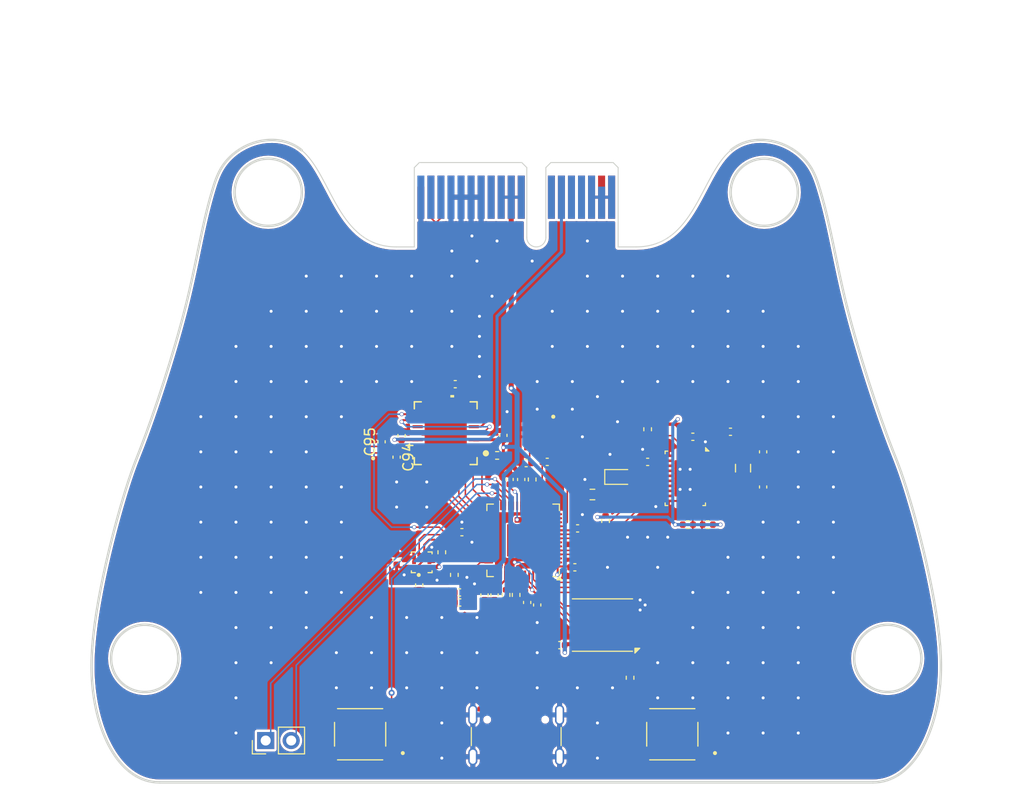
<source format=kicad_pcb>
(kicad_pcb (version 20240108) (generator "pcbnew") (generator_version "8.0")
  (layers (0 "F.Cu" signal) (31 "B.Cu" signal) (34 "B.Paste" user) (35 "F.Paste" user) (36 "B.SilkS" user "B.Silkscreen") (37 "F.SilkS" user "F.Silkscreen") (38 "B.Mask" user) (39 "F.Mask" user) (44 "Edge.Cuts" user))
  (net 0 "")
  (net 1 "+1.1V")
  (net 2 "+7.4V")
  (net 4 "CANINT")
  (net 5 "/XIN")
  (net 7 "Net-(U8-XOUT32)")
  (net 8 "BMPINT")
  (net 11 "Net-(U8-CAP)")
  (net 12 "BNORESET")
  (net 15 "BNOINT")
  (net 16 "Net-(U8-XIN32)")
  (net 18 "Net-(D88-A)")
  (net 23 "CS")
  (net 24 "CANSTBY")
  (net 26 "GND")
  (net 27 "/USB_D2+")
  (net 28 "USB_D+")
  (net 29 "/XOUT_pre")
  (net 31 "SI")
  (net 32 "SCK")
  (net 33 "SO")
  (net 34 "USB_D-")
  (net 37 "/XOUT")
  (net 40 "OSC1")
  (net 43 "BOOT_LOAD")
  (net 45 "OSC2")
  (net 46 "tx")
  (net 47 "/QSPI_SS")
  (net 48 "/QSPI_SCLK")
  (net 49 "/QSPI_SD1")
  (net 50 "/QSPI_SD0")
  (net 51 "/QSPI_SD3")
  (net 52 "/QSPI_SD2")
  (net 53 "/~{USB_BOOT_S}")
  (net 55 "/USB_D2-")
  (net 56 "+3.3V")
  (net 57 "Net-(D88-K)")
  (net 62 "CANRESET")
  (net 64 "rx")
  (net 68 "+5V")
  (net 69 "/SWD")
  (net 70 "/SWCLK")
  (net 71 "/RUN")
  (net 72 "SDA0")
  (net 73 "SCL0")
  (net 74 "SDA1")
  (net 75 "SCL1")
  (net 76 "unconnected-(U2-GPIO0-Pad2)")
  (net 89 "CANN")
  (net 90 "CANP")
  (footprint "Package_SON:WSON-8-1EP_6x5mm_P1.27mm_EP3.4x4.3mm" (layer "F.Cu") (at 155 106.75 180)
    (property "Reference" "U4" (hide yes))
    (property "Value" "W25Q128JVP" (hide yes))
  )
  (footprint "Capacitor_SMD:C_0402_1005Metric" (layer "F.Cu") (at 146.905904 92.252137 90)
    (property "Reference" "C214" (hide yes))
    (property "Value" "100n" (hide yes))
  )
  (footprint "Resistor_SMD:R_0402_1005Metric" (layer "F.Cu") (at 148 92.25 90)
    (property "Reference" "R12" (hide yes))
    (property "Value" "1k" (hide yes))
  )
  (footprint "BMP388:PQFN50P200X200X80-10N" (layer "F.Cu") (at 137 100.5 90)
    (property "Reference" "U5" (hide yes))
    (property "Value" "BMP388" (hide yes))
  )
  (footprint "Resistor_SMD:R_0402_1005Metric" (layer "F.Cu") (at 145.400183 103.75 90)
    (property "Reference" "R204" (hide yes))
    (property "Value" "27" (hide yes))
  )
  (footprint "Capacitor_SMD:C_0402_1005Metric" (layer "F.Cu") (at 141 97.5 180)
    (property "Reference" "C212" (hide yes))
    (property "Value" "100n" (hide yes))
  )
  (footprint "Capacitor_SMD:C_0402_1005Metric" (layer "F.Cu") (at 145.75 92.25 90)
    (property "Reference" "C207" (hide yes))
    (property "Value" "100n" (hide yes))
  )
  (footprint "Capacitor_SMD:C_0402_1005Metric" (layer "F.Cu") (at 159.5 90.5)
    (property "Reference" "C84" (hide yes))
    (property "Value" "1u" (hide yes))
  )
  (footprint "X322516MLB4SI:OSC_X322516MLB4SI" (layer "F.Cu") (at 130.111873 89.051477 180)
    (property "Reference" "Y2" (hide yes))
    (property "Value" "X322516MLB4SI" (hide yes))
  )
  (footprint "TS-1187A-B-A-B:SW_TS-1187A-B-A-B" (layer "F.Cu") (at 130.865 117.625 180)
    (property "Reference" "S2" (hide yes))
    (property "Value" "TS-1187A-B-A-B" (hide yes))
  )
  (footprint "Resistor_SMD:R_0402_1005Metric" (layer "F.Cu") (at 140.25 101.755 -90)
    (property "Reference" "R222" (hide yes))
    (property "Value" "4.7k" (hide yes))
  )
  (footprint "Capacitor_SMD:C_0402_1005Metric" (layer "F.Cu") (at 171 89.5 -90)
    (property "Reference" "C86" (hide yes))
    (property "Value" "22p" (hide yes))
  )
  (footprint "MCP25625T_E_ML:QFN28_6X6MC_MCH" (layer "F.Cu") (at 139.387999 87.644025 180)
    (property "Reference" "U9" (hide yes))
    (property "Value" "MCP25625T-E/ML" (hide yes))
  )
  (footprint "Resistor_SMD:R_0402_1005Metric" (layer "F.Cu") (at 163.51 96.75 180)
    (property "Reference" "R221" (hide yes))
    (property "Value" "4.7k" (hide yes))
  )
  (footprint "Capacitor_SMD:C_0402_1005Metric" (layer "F.Cu") (at 149.5 90.5)
    (property "Reference" "C10" (hide yes))
    (property "Value" "15p" (hide yes))
  )
  (footprint "Capacitor_SMD:C_0402_1005Metric" (layer "F.Cu") (at 148.5 104.75 -90)
    (property "Reference" "C206" (hide yes))
    (property "Value" "100n" (hide yes))
  )
  (footprint "Capacitor_SMD:C_0402_1005Metric" (layer "F.Cu") (at 152.25 101)
    (property "Reference" "C211" (hide yes))
    (property "Value" "100n" (hide yes))
  )
  (footprint "LED_SMD:LED_0603_1608Metric" (layer "F.Cu") (at 156.7125 92)
    (property "Reference" "D88" (hide yes))
    (property "Value" "LED" (hide yes))
  )
  (footprint "Capacitor_SMD:C_0402_1005Metric" (layer "F.Cu") (at 144.25 103.75 -90)
    (property "Reference" "C208" (hide yes))
    (property "Value" "1u" (hide yes))
  )
  (footprint "Capacitor_SMD:C_0402_1005Metric" (layer "F.Cu") (at 167.75 87.5)
    (property "Reference" "C81" (hide yes))
    (property "Value" "100n" (hide yes))
  )
  (footprint "Resistor_SMD:R_0402_1005Metric" (layer "F.Cu") (at 159.5 87.25 90)
    (property "Reference" "R87" (hide yes))
    (property "Value" "10k" (hide yes))
  )
  (footprint "Capacitor_SMD:C_0402_1005Metric" (layer "F.Cu") (at 147.401053 90.619624 180)
    (property "Reference" "C11" (hide yes))
    (property "Value" "15p" (hide yes))
  )
  (footprint "Connector_USB:USB_C_Receptacle_Palconn_UTC16-G" (layer "F.Cu") (at 146.41 117.625)
    (property "Reference" "J6" (hide yes))
    (property "Value" "USB_C_Receptacle_USB2.0_16P" (hide yes))
  )
  (footprint "ABM8-272-T3:ABM8-272-T3_ABR" (layer "F.Cu") (at 149 88 -90)
    (property "Reference" "X1" (hide yes))
    (property "Value" "ABM8-272-T3" (hide yes))
  )
  (footprint "Capacitor_SMD:C_0402_1005Metric" (layer "F.Cu") (at 152.523705 97.122962)
    (property "Reference" "C213" (hide yes))
    (property "Value" "100n" (hide yes))
  )
  (footprint "Capacitor_SMD:C_0402_1005Metric" (layer "F.Cu") (at 140.79 104.5 180)
    (property "Reference" "C216" (hide yes))
    (property "Value" "100n" (hide yes))
  )
  (footprint "Capacitor_SMD:C_0402_1005Metric" (layer "F.Cu") (at 140.77 103.5 180)
    (property "Reference" "C215" (hide yes))
    (property "Value" "100n" (hide yes))
  )
  (footprint "Resistor_SMD:R_0402_1005Metric" (layer "F.Cu") (at 144.510771 89.854549 180)
    (property "Reference" "R91" (hide yes))
    (property "Value" "10k" (hide yes))
  )
  (footprint "Capacitor_SMD:C_0402_1005Metric" (layer "F.Cu") (at 164 88 180)
    (property "Reference" "C82" (hide yes))
    (property "Value" "100n" (hide yes))
  )
  (footprint "Capacitor_SMD:C_0402_1005Metric" (layer "F.Cu") (at 143.25 103.75 -90)
    (property "Reference" "C210" (hide yes))
    (property "Value" "1u" (hide yes))
  )
  (footprint "Capacitor_SMD:C_0402_1005Metric" (layer "F.Cu") (at 171 93 -90)
    (property "Reference" "C85" (hide yes))
    (property "Value" "22p" (hide yes))
  )
  (footprint "Package_LGA:LGA-28_5.2x3.8mm_P0.5mm" (layer "F.Cu") (at 163.25 92.1375 -90)
    (property "Reference" "U8" (hide yes))
    (property "Value" "BNO055" (hide yes))
  )
  (footprint "Resistor_SMD:R_0402_1005Metric" (layer "F.Cu") (at 165.49 96.75 180)
    (property "Reference" "R220" (hide yes))
    (property "Value" "4.7k" (hide yes))
  )
  (footprint "ABS07-32.768KHZ-T:XTAL_ABS07-32.768KHZ-T" (layer "F.Cu") (at 169 91.124973 90)
    (property "Reference" "Y1" (hide yes))
    (property "Value" "ABS07-32.768KHZ-T" (hide yes))
  )
  (footprint "Capacitor_SMD:C_0402_1005Metric" (layer "F.Cu") (at 134.992499 87.874695 90)
    (property "Reference" "C93" (hide yes))
    (property "Value" "100n" (hide yes))
  )
  (footprint "Resistor_SMD:R_0402_1005Metric" (layer "F.Cu") (at 146.400183 103.75 90)
    (property "Reference" "R203" (hide yes))
    (property "Value" "27" (hide yes))
  )
  (footprint "Package_DFN_QFN:QFN-56-1EP_7x7mm_P0.4mm_EP3.2x3.2mm" (layer "F.Cu") (at 147.1 98.3125 180)
    (property "Reference" "U2" (hide yes))
    (property "Value" "RP2040" (hide yes))
  )
  (footprint "Capacitor_SMD:C_0402_1005Metric" (layer "F.Cu") (at 136.75 102.75 -90)
    (property "Reference" "C50" (hide yes))
    (property "Value" "100n" (hide yes))
  )
  (footprint "Resistor_SMD:R_0402_1005Metric" (layer "F.Cu") (at 155.30927 96.382779 90)
    (property "Reference" "R83" (hide yes))
    (property "Value" "10k" (hide yes))
  )
  (footprint "Resistor_SMD:R_0402_1005Metric" (layer "F.Cu") (at 157.75 112 -90)
    (property "Reference" "R30" (hide yes))
    (property "Value" "1k" (hide yes))
  )
  (footprint "Capacitor_SMD:C_0402_1005Metric" (layer "F.Cu") (at 150.75 108.75 180)
    (property "Reference" "C40" (hide yes))
    (property "Value" "100n" (hide yes))
  )
  (footprint "Connector_PinHeader_2.54mm:PinHeader_1x02_P2.54mm_Vertical" (layer "F.Cu") (at 121.46 118.25 90)
    (property "Reference" "J4" (hide yes))
    (property "Value" "Conn_01x02" (hide yes))
  )
  (footprint "Capacitor_SMD:C_0402_1005Metric" (layer "F.Cu") (at 134.5 100.23 90)
    (property "Reference" "C51" (hide yes))
    (property "Value" "100n" (hide yes))
  )
  (footprint "Capacitor_SMD:C_0402_1005Metric" (layer "F.Cu") (at 140.339105 82.759702)
    (property "Reference" "C90" (hide yes))
    (property "Value" "100n" (hide yes))
  )
  (footprint "Capacitor_SMD:C_0402_1005Metric" (layer "F.Cu") (at 145.131341 87.85968 90)
    (property "Reference" "C92" (hide yes))
    (property "Value" "100n" (hide yes))
  )
  (footprint "TS-1187A-B-A-B:SW_TS-1187A-B-A-B" (layer "F.Cu") (at 161.955 117.625 180)
    (property "Reference" "S1" (hide yes))
    (property "Value" "TS-1187A-B-A-B" (hide yes))
  )
  (footprint "Capacitor_SMD:C_0402_1005Metric" (layer "F.Cu") (at 147.5 104.5 -90)
    (property "Reference" "C209" (hide yes))
    (property "Value" "100n" (hide yes))
  )
  (footprint "Resistor_SMD:R_0402_1005Metric" (layer "F.Cu") (at 139 99.5 -90)
    (property "Reference" "R223" (hide yes))
    (property "Value" "4.7k" (hide yes))
  )
  (footprint "Capacitor_SMD:C_0402_1005Metric" (layer "F.Cu") (at 134.5 90.03 -90)
    (property "Reference" "C94")
    (property "Value" "22p")
  )
  (footprint "Resistor_SMD:R_0603_1608Metric" (layer "F.Cu") (at 154 93.75 180)
    (property "Reference" "R89" (hide yes))
    (property "Value" "150" (hide yes))
  )
  (footprint "Capacitor_SMD:C_0402_1005Metric" (layer "F.Cu") (at 133 88.5 90)
    (property "Reference" "C95")
    (property "Value" "22p")
  )
  (footprint "Connector_PCBEdge:BUS_PCIexpress_x1" (layer "B.Cu") (at 136.913 64.138595)
    (property "Reference" "J1" (hide yes))
    (property "Value" "Bus_PCI_Express_x1" (hide yes))
    (fp_line (start -0.65 -2.95) (end -0.65 4.95) (stroke (width 0.1)) (layer "Edge.Cuts"))
    (fp_line (start -0.15 -3.45) (end -0.65 -2.95) (stroke (width 0.1)) (layer "Edge.Cuts"))
    (fp_line (start 10.05 -3.45) (end -0.15 -3.45) (stroke (width 0.1)) (layer "Edge.Cuts"))
    (fp_line (start 10.05 -3.45) (end 10.55 -2.95) (stroke (width 0.1)) (layer "Edge.Cuts"))
    (fp_line (start 10.55 -2.95) (end 10.55 4) (stroke (width 0.1)) (layer "Edge.Cuts"))
    (fp_line (start 12.45 -2.95) (end 12.45 4) (stroke (width 0.1)) (layer "Edge.Cuts"))
    (fp_line (start 12.95 -3.45) (end 12.45 -2.95) (stroke (width 0.1)) (layer "Edge.Cuts"))
    (fp_line (start 19.15 -3.45) (end 12.95 -3.45) (stroke (width 0.1)) (layer "Edge.Cuts"))
    (fp_line (start 19.15 -3.45) (end 19.65 -2.95) (stroke (width 0.1)) (layer "Edge.Cuts"))
    (fp_line (start 19.65 -2.95) (end 19.65 4.95) (stroke (width 0.1)) (layer "Edge.Cuts"))
    (fp_arc (start 12.45 4) (mid 11.5 4.95) (end 10.55 4) (stroke (width 0.1)) (layer "Edge.Cuts"))
  )
  (gr_curve (pts (xy 104.200217 108.833629) (xy 104.094575 110.19876) (xy 104.091862 111.420188) (xy 104.19191 112.609777)) (stroke (width 0.25)) (layer "Edge.Cuts"))
  (gr_curve (pts (xy 158.353479 69.088595) (xy 164.183489 69.088595) (xy 164.78237 61.925014) (xy 167.784109 59.460642)) (stroke (width 0.1)) (layer "Edge.Cuts"))
  (gr_circle (center 121.713305 63.648595) (end 118.363305 63.648595) (stroke (width 0.25)) (fill none) (layer "Edge.Cuts"))
  (gr_curve (pts (xy 108.082735 91.544879) (xy 106.804268 95.195924) (xy 104.634104 103.226822) (xy 104.200217 108.833629)) (stroke (width 0.25)) (layer "Edge.Cuts"))
  (gr_curve (pts (xy 104.19191 112.609777) (xy 104.630063 117.81952) (xy 107.039118 122.418595) (xy 110.892405 122.418595)) (stroke (width 0.25)) (layer "Edge.Cuts"))
  (gr_curve (pts (xy 167.784109 59.460642) (xy 170.210083 57.468961) (xy 174.205534 58.546668) (xy 175.818121 61.288482)) (stroke (width 0.25)) (layer "Edge.Cuts"))
  (gr_curve (pts (xy 188.626393 108.833629) (xy 188.732035 110.19876) (xy 188.734748 111.420188) (xy 188.6347 112.609777)) (stroke (width 0.25)) (layer "Edge.Cuts"))
  (gr_curve (pts (xy 134.473131 69.088595) (xy 128.64312 69.088595) (xy 128.044239 61.925014) (xy 125.042501 59.460642)) (stroke (width 0.1)) (layer "Edge.Cuts"))
  (gr_curve (pts (xy 113.472466 75.059248) (xy 112.290838 79.754285) (xy 110.351021 85.669927) (xy 108.978354 89.194163)) (stroke (width 0.25)) (layer "Edge.Cuts"))
  (gr_curve (pts (xy 188.6347 112.609777) (xy 188.196547 117.81952) (xy 185.787491 122.418595) (xy 181.934204 122.418595)) (stroke (width 0.25)) (layer "Edge.Cuts"))
  (gr_curve (pts (xy 176.687263 63.480371) (xy 177.785498 67.180024) (xy 178.221514 70.558899) (xy 179.354144 75.059248)) (stroke (width 0.25)) (layer "Edge.Cuts"))
  (gr_curve (pts (xy 179.354144 75.059248) (xy 180.535772 79.754285) (xy 182.475589 85.669927) (xy 183.848256 89.194163)) (stroke (width 0.25)) (layer "Edge.Cuts"))
  (gr_circle (center 183.413305 110.068595) (end 180.063305 110.068595) (stroke (width 0.25)) (fill none) (layer "Edge.Cuts"))
  (gr_circle (center 109.413305 110.068595) (end 106.063305 110.068595) (stroke (width 0.25)) (fill none) (layer "Edge.Cuts"))
  (gr_line (start 181.934204 122.418595) (end 110.892405 122.418595) (stroke (width 0.25)) (layer "Edge.Cuts"))
  (gr_curve (pts (xy 184.743874 91.544879) (xy 186.022342 95.195924) (xy 188.192506 103.226822) (xy 188.626393 108.833629)) (stroke (width 0.25)) (layer "Edge.Cuts"))
  (gr_line (start 136.263 69.088595) (end 134.473131 69.088595) (stroke (width 0.1)) (layer "Edge.Cuts"))
  (gr_curve (pts (xy 116.139346 63.480371) (xy 115.041112 67.180024) (xy 114.605095 70.558899) (xy 113.472466 75.059248)) (stroke (width 0.25)) (layer "Edge.Cuts"))
  (gr_curve (pts (xy 117.008488 61.288482) (xy 116.615003 61.957508) (xy 116.363394 62.725615) (xy 116.139346 63.480371)) (stroke (width 0.25)) (layer "Edge.Cuts"))
  (gr_curve (pts (xy 175.818121 61.288482) (xy 176.211606 61.957508) (xy 176.463215 62.725615) (xy 176.687263 63.480371)) (stroke (width 0.25)) (layer "Edge.Cuts"))
  (gr_circle (center 171.113305 63.648595) (end 167.763305 63.648595) (stroke (width 0.25)) (fill none) (layer "Edge.Cuts"))
  (gr_curve (pts (xy 108.978354 89.194163) (xy 108.681873 89.955359) (xy 108.41185 90.604993) (xy 108.082735 91.544879)) (stroke (width 0.25)) (layer "Edge.Cuts"))
  (gr_line (start 156.563305 69.088595) (end 158.353479 69.088595) (stroke (width 0.1)) (layer "Edge.Cuts"))
  (gr_curve (pts (xy 125.042501 59.460642) (xy 122.616527 57.468961) (xy 118.621076 58.546668) (xy 117.008488 61.288482)) (stroke (width 0.25)) (layer "Edge.Cuts"))
  (gr_curve (pts (xy 183.848256 89.194163) (xy 184.144737 89.955359) (xy 184.414759 90.604993) (xy 184.743874 91.544879)) (stroke (width 0.25)) (layer "Edge.Cuts"))
  (segment (start 145.75 93) (end 145.75 92.73) (width 0.15) (layer "F.Cu") (net 1))
  (segment (start 148 103.25) (end 148.5 103.75) (width 0.2) (layer "F.Cu") (net 1))
  (segment (start 145.3 102.28386) (end 144.31386 103.27) (width 0.2) (layer "F.Cu") (net 1))
  (segment (start 146.278167 93.471833) (end 146.221833 93.471833) (width 0.15) (layer "F.Cu") (net 1))
  (segment (start 148.5 103.75) (end 148.5 104.27) (width 0.2) (layer "F.Cu") (net 1))
  (segment (start 146.278167 93.471833) (end 146.5 93.693666) (width 0.15) (layer "F.Cu") (net 1))
  (segment (start 147.3 101.75) (end 147.3 102.55) (width 0.2) (layer "F.Cu") (net 1))
  (segment (start 145.3 101.75) (end 145.3 102.28386) (width 0.2) (layer "F.Cu") (net 1))
  (segment (start 144.31386 103.27) (end 144.25 103.27) (width 0.2) (layer "F.Cu") (net 1))
  (segment (start 145.3 101.75) (end 145.3 100.95) (width 0.2) (layer "F.Cu") (net 1))
  (segment (start 146.221833 93.471833) (end 145.75 93) (width 0.15) (layer "F.Cu") (net 1))
  (segment (start 147.3 102.55) (end 148 103.25) (width 0.2) (layer "F.Cu") (net 1))
  (segment (start 145.3 100.95) (end 145.5 100.75) (width 0.2) (layer "F.Cu") (net 1))
  (segment (start 146.5 93.693666) (end 146.5 94.875) (width 0.15) (layer "F.Cu") (net 1))
  (via (at 146.5 96.25) (size 0.4) (drill 0.3) (layers "F.Cu" "B.Cu") (net 1))
  (via (at 148 103.25) (size 0.4) (drill 0.3) (layers "F.Cu" "B.Cu") (net 1))
  (via (at 146.278167 93.471833) (size 0.4) (drill 0.3) (layers "F.Cu" "B.Cu") (net 1))
  (via (at 146.25 100.5) (size 0.4) (drill 0.3) (layers "F.Cu" "B.Cu") (net 1))
  (segment (start 146.5 93.693666) (end 146.278167 93.471833) (width 0.15) (layer "B.Cu") (net 1))
  (segment (start 148 101.75) (end 146.75 100.5) (width 0.15) (layer "B.Cu") (net 1))
  (segment (start 146.75 100.5) (end 146.25 100.5) (width 0.15) (layer "B.Cu") (net 1))
  (segment (start 146.5 96.25) (end 146.5 93.693666) (width 0.15) (layer "B.Cu") (net 1))
  (segment (start 148 103.25) (end 148 101.75) (width 0.15) (layer "B.Cu") (net 1))
  (segment (start 155.913 64.138595) (end 153.913 64.138595) (width 0.3) (layer "F.Cu") (net 2))
  (segment (start 155.913 64.138595) (end 153.913 64.138595) (width 0.3) (layer "B.Cu") (net 2))
  (segment (start 142.4125 96.9125) (end 143.6625 96.9125) (width 0.15) (layer "F.Cu") (net 4))
  (segment (start 139.399075 93.899075) (end 142.4125 96.9125) (width 0.15) (layer "F.Cu") (net 4))
  (segment (start 139.399075 90.438025) (end 139.399075 93.899075) (width 0.15) (layer "F.Cu") (net 4))
  (segment (start 149.02 90.5) (end 149.02 87.580001) (width 0.15) (layer "F.Cu") (net 5))
  (segment (start 149.02 87.580001) (end 149.400002 87.199999) (width 0.15) (layer "F.Cu") (net 5))
  (segment (start 149 90.52) (end 149 92.663247) (width 0.15) (layer "F.Cu") (net 5))
  (segment (start 149.400002 87.199999) (end 150.1 87.199999) (width 0.15) (layer "F.Cu") (net 5))
  (segment (start 147.7 93.963247) (end 147.7 94.875) (width 0.15) (layer "F.Cu") (net 5))
  (segment (start 149 92.663247) (end 147.7 93.963247) (width 0.15) (layer "F.Cu") (net 5))
  (segment (start 149.02 90.5) (end 149 90.52) (width 0.15) (layer "F.Cu") (net 5))
  (segment (start 169.145027 92.52) (end 169 92.374973) (width 0.15) (layer "F.Cu") (net 7))
  (segment (start 168.012527 91.3875) (end 164.9125 91.3875) (width 0.15) (layer "F.Cu") (net 7))
  (segment (start 169 92.374973) (end 168.012527 91.3875) (width 0.15) (layer "F.Cu") (net 7))
  (segment (start 171 92.52) (end 169.145027 92.52) (width 0.15) (layer "F.Cu") (net 7))
  (segment (start 140.8375 99.7125) (end 143.6625 99.7125) (width 0.15) (layer "F.Cu") (net 8))
  (segment (start 137.25 97.75) (end 138.875 97.75) (width 0.15) (layer "F.Cu") (net 8))
  (segment (start 136.75 99.735) (end 136.75 98.25) (width 0.15) (layer "F.Cu") (net 8))
  (segment (start 136.75 98.25) (end 137.25 97.75) (width 0.15) (layer "F.Cu") (net 8))
  (segment (start 138.875 97.75) (end 140.8375 99.7125) (width 0.15) (layer "F.Cu") (net 8))
  (segment (start 161.5875 91.3875) (end 160.8675 91.3875) (width 0.15) (layer "F.Cu") (net 11))
  (segment (start 160.8675 91.3875) (end 159.98 90.5) (width 0.15) (layer "F.Cu") (net 11))
  (segment (start 161.5875 92.3875) (end 159.8625 92.3875) (width 0.15) (layer "F.Cu") (net 12))
  (segment (start 154.5375 97.7125) (end 150.5375 97.7125) (width 0.15) (layer "F.Cu") (net 12))
  (segment (start 159.8625 92.3875) (end 154.5375 97.7125) (width 0.15) (layer "F.Cu") (net 12))
  (segment (start 155.6375 98.1125) (end 150.5375 98.1125) (width 0.15) (layer "F.Cu") (net 15))
  (segment (start 159.8625 93.8875) (end 155.6375 98.1125) (width 0.15) (layer "F.Cu") (net 15))
  (segment (start 161.5875 93.8875) (end 159.8625 93.8875) (width 0.15) (layer "F.Cu") (net 15))
  (segment (start 169 89.874973) (end 170.894973 89.874973) (width 0.15) (layer "F.Cu") (net 16))
  (segment (start 170.894973 89.874973) (end 171 89.98) (width 0.15) (layer "F.Cu") (net 16))
  (segment (start 169 89.874973) (end 167.987473 90.8875) (width 0.15) (layer "F.Cu") (net 16))
  (segment (start 167.987473 90.8875) (end 164.9125 90.8875) (width 0.15) (layer "F.Cu") (net 16))
  (segment (start 157.6125 91.8875) (end 157.5 92) (width 0.15) (layer "F.Cu") (net 18))
  (segment (start 161.5875 91.8875) (end 157.6125 91.8875) (width 0.15) (layer "F.Cu") (net 18))
  (segment (start 142.117105 93.258926) (end 143.733179 94.875) (width 0.15) (layer "F.Cu") (net 23))
  (segment (start 142.117105 89.669996) (end 142.117105 93.258926) (width 0.15) (layer "F.Cu") (net 23))
  (segment (start 142.193075 89.594026) (end 142.117105 89.669996) (width 0.15) (layer "F.Cu") (net 23))
  (segment (start 143.733179 94.875) (end 144.5 94.875) (width 0.15) (layer "F.Cu") (net 23))
  (segment (start 141.0625 99.3125) (end 143.6625 99.3125) (width 0.15) (layer "F.Cu") (net 24))
  (segment (start 135 85.75) (end 136.549099 85.75) (width 0.2) (layer "F.Cu") (net 24))
  (segment (start 138.75 97) (end 141.0625 99.3125) (width 0.15) (layer "F.Cu") (net 24))
  (segment (start 136.25 97) (end 138.75 97) (width 0.15) (layer "F.Cu") (net 24))
  (segment (start 136.549099 85.75) (end 136.605075 85.694024) (width 0.2) (layer "F.Cu") (net 24))
  (via (at 136.25 97) (size 0.4) (drill 0.3) (layers "F.Cu" "B.Cu") (net 24))
  (via (at 135 85.75) (size 0.4) (drill 0.3) (layers "F.Cu" "B.Cu") (net 24))
  (segment (start 132.25 87.25) (end 132.25 95.25) (width 0.15) (layer "B.Cu") (net 24))
  (segment (start 132.25 95.25) (end 134 97) (width 0.15) (layer "B.Cu") (net 24))
  (segment (start 133.75 85.75) (end 132.25 87.25) (width 0.15) (layer "B.Cu") (net 24))
  (segment (start 135 85.75) (end 133.75 85.75) (width 0.15) (layer "B.Cu") (net 24))
  (segment (start 134 97) (end 136.25 97) (width 0.15) (layer "B.Cu") (net 24))
  (segment (start 146.772137 91.772137) (end 146 91) (width 0.3) (layer "F.Cu") (net 26))
  (segment (start 162.3625 94.3875) (end 162.5 94.525) (width 0.15) (layer "F.Cu") (net 26))
  (segment (start 148.1 86.949999) (end 147.95 86.949999) (width 0.15) (layer "F.Cu") (net 26))
  (segment (start 161.5875 94.3875) (end 162.3625 94.3875) (width 0.2) (layer "F.Cu") (net 26))
  (segment (start 146.905904 91.772137) (end 146.772137 91.772137) (width 0.3) (layer "F.Cu") (net 26))
  (segment (start 137.79 100.975) (end 137.765 101) (width 0.15) (layer "F.Cu") (net 26))
  (segment (start 138.407065 89.186934) (end 138.407065 88.957723) (width 0.2) (layer "F.Cu") (net 26))
  (segment (start 137.765 100) (end 137.948126 100) (width 0.2) (layer "F.Cu") (net 26))
  (segment (start 137.948126 100) (end 138.270554 99.677572) (width 0.2) (layer "F.Cu") (net 26))
  (segment (start 136.605075 87.644025) (end 139.399075 87.644025) (width 0.3) (layer "F.Cu") (net 26))
  (segment (start 148.75 93.75) (end 149 93.75) (width 0.2) (layer "F.Cu") (net 26))
  (segment (start 130.961873 87.601477) (end 131.25 87.31335) (width 0.2) (layer "F.Cu") (net 26))
  (segment (start 136.235 100.5) (end 136.235 100) (width 0.3) (layer "F.Cu") (net 26))
  (segment (start 148.1 94.875) (end 148.1 94.4) (width 0.2) (layer "F.Cu") (net 26))
  (segment (start 148.1 94.4) (end 148.75 93.75) (width 0.2) (layer "F.Cu") (net 26))
  (segment (start 138.75 100.975) (end 137.79 100.975) (width 0.15) (layer "F.Cu") (net 26))
  (via (at 174.5 89.5) (size 0.4) (drill 0.3) (layers "F.Cu" "B.Cu") (net 26))
  (via (at 153 95.75) (size 0.4) (drill 0.3) (layers "F.Cu" "B.Cu") (net 26))
  (via (at 154.5 84) (size 0.4) (drill 0.3) (layers "F.Cu" "B.Cu") (net 26))
  (via (at 158.75 104.25) (size 0.4) (drill 0.3) (layers "F.Cu" "B.Cu") (net 26))
  (via (at 142.75 80) (size 0.4) (drill 0.3) (layers "F.Cu" "B.Cu") (net 26))
  (via (at 171 75.5) (size 0.4) (drill 0.3) (layers "F.Cu" "B.Cu") (net 26))
  (via (at 167.5 114) (size 0.4) (drill 0.3) (layers "F.Cu" "B.Cu") (net 26))
  (via (at 140 72) (size 0.4) (drill 0.3) (layers "F.Cu" "B.Cu") (net 26))
  (via (at 125.5 100) (size 0.4) (drill 0.3) (layers "F.Cu" "B.Cu") (net 26))
  (via (at 144.5 68.5) (size 0.4) (drill 0.3) (layers "F.Cu" "B.Cu") (net 26))
  (via (at 152.5 113) (size 0.4) (drill 0.3) (layers "F.Cu" "B.Cu") (net 26))
  (via (at 160.5 75.5) (size 0.4) (drill 0.3) (layers "F.Cu" "B.Cu") (net 26))
  (via (at 128.5 113) (size 0.4) (drill 0.3) (layers "F.Cu" "B.Cu") (net 26))
  (via (at 122 75.5) (size 0.4) (drill 0.3) (layers "F.Cu" "B.Cu") (net 26))
  (via (at 164 82.5) (size 0.4) (drill 0.3) (layers "F.Cu" "B.Cu") (net 26))
  (via (at 129 79) (size 0.4) (drill 0.3) (layers "F.Cu" "B.Cu") (net 26))
  (via (at 178 103.5) (size 0.4) (drill 0.3) (layers "F.Cu" "B.Cu") (net 26))
  (via (at 142.5 70.5) (size 0.4) (drill 0.3) (layers "F.Cu" "B.Cu") (net 26))
  (via (at 136 79) (size 0.4) (drill 0.3) (layers "F.Cu" "B.Cu") (net 26))
  (via (at 118.5 103.5) (size 0.4) (drill 0.3) (layers "F.Cu" "B.Cu") (net 26))
  (via (at 167.5 79) (size 0.4) (drill 0.3) (layers "F.Cu" "B.Cu") (net 26))
  (via (at 122 86) (size 0.4) (drill 0.3) (layers "F.Cu" "B.Cu") (net 26))
  (via (at 174.5 114) (size 0.4) (drill 0.3) (layers "F.Cu" "B.Cu") (net 26))
  (via (at 163.730735 91.239321) (size 0.4) (drill 0.3) (layers "F.Cu" "B.Cu") (net 26))
  (via (at 148.5 109.5) (size 0.4) (drill 0.3) (layers "F.Cu" "B.Cu") (net 26))
  (via (at 136 75.5) (size 0.4) (drill 0.3) (layers "F.Cu" "B.Cu") (net 26))
  (via (at 174.5 96.5) (size 0.4) (drill 0.3) (layers "F.Cu" "B.Cu") (net 26))
  (via (at 160.5 114) (size 0.4) (drill 0.3) (layers "F.Cu" "B.Cu") (net 26))
  (via (at 167.5 72) (size 0.4) (drill 0.3) (layers "F.Cu" "B.Cu") (net 26))
  (via (at 125.5 93) (size 0.4) (drill 0.3) (layers "F.Cu" "B.Cu") (net 26))
  (via (at 171 103.5) (size 0.4) (drill 0.3) (layers "F.Cu" "B.Cu") (net 26))
  (via (at 137.5 95) (size 0.4) (drill 0.3) (layers "F.Cu" "B.Cu") (net 26))
  (via (at 115 103.5) (size 0.4) (drill 0.3) (layers "F.Cu" "B.Cu") (net 26))
  (via (at 171 110.5) (size 0.4) (drill 0.3) (layers "F.Cu" "B.Cu") (net 26))
  (via (at 174.5 79) (size 0.4) (drill 0.3) (layers "F.Cu" "B.Cu") (net 26))
  (via (at 150 79) (size 0.4) (drill 0.3) (layers "F.Cu" "B.Cu") (net 26))
  (via (at 122 93) (size 0.4) (drill 0.3) (layers "F.Cu" "B.Cu") (net 26))
  (via (at 178 100) (size 0.4) (drill 0.3) (layers "F.Cu" "B.Cu") (net 26))
  (via (at 153.5 68.5) (size 0.4) (drill 0.3) (layers "F.Cu" "B.Cu") (net 26))
  (via (at 161.5 98) (size 0.4) (drill 0.3) (layers "F.Cu" "B.Cu") (net 26))
  (via (at 148.5 106.5) (size 0.4) (drill 0.3) (layers "F.Cu" "B.Cu") (net 26))
  (via (at 138 99) (size 0.4) (drill 0.3) (layers "F.Cu" "B.Cu") (net 26))
  (via (at 118.5 117.5) (size 0.4) (drill 0.3) (layers "F.Cu" "B.Cu") (net 26))
  (via (at 118.5 89.5) (size 0.4) (drill 0.3) (layers "F.Cu" "B.Cu") (net 26))
  (via (at 129 86) (size 0.4) (drill 0.3) (layers "F.Cu" "B.Cu") (net 26))
  (via (at 139 113) (size 0.4) (drill 0.3) (layers "F.Cu" "B.Cu") (net 26))
  (via (at 122 103.5) (size 0.4) (drill 0.3) (layers "F.Cu" "B.Cu") (net 26))
  (via (at 132 113) (size 0.4) (drill 0.3) (layers "F.Cu" "B.Cu") (net 26))
  (via (at 153.5 75.5) (size 0.4) (drill 0.3) (layers "F.Cu" "B.Cu") (net 26))
  (via (at 144 74) (size 0.4) (drill 0.3) (layers "F.Cu" "B.Cu") (net 26))
  (via (at 122 82.5) (size 0.4) (drill 0.3) (layers "F.Cu" "B.Cu") (net 26))
  (via (at 125.5 72) (size 0.4) (drill 0.3) (layers "F.Cu" "B.Cu") (net 26))
  (via (at 164 114) (size 0.4) (drill 0.3) (layers "F.Cu" "B.Cu") (net 26))
  (via (at 125.5 96.5) (size 0.4) (drill 0.3) (layers "F.Cu" "B.Cu") (net 26))
  (via (at 160.5 82.5) (size 0.4) (drill 0.3) (layers "F.Cu" "B.Cu") (net 26))
  (via (at 164 72) (size 0.4) (drill 0.3) (layers "F.Cu" "B.Cu") (net 26))
  (via (at 178 96.5) (size 0.4) (drill 0.3) (layers "F.Cu" "B.Cu") (net 26))
  (via (at 152 85.25) (size 0.4) (drill 0.3) (layers "F.Cu" "B.Cu") (net 26))
  (via (at 153.25 92.25) (size 0.4) (drill 0.3) (layers "F.Cu" "B.Cu") (net 26))
  (via (at 132.5 72) (size 0.4) (drill 0.3) (layers "F.Cu" "B.Cu") (net 26))
  (via (at 142.75 78) (size 0.4) (drill 0.3) (layers "F.Cu" "B.Cu") (net 26))
  (via (at 153.5 72) (size 0.4) (drill 0.3) (layers "F.Cu" "B.Cu") (net 26))
  (via (at 162.730735 93.239321) (size 0.4) (drill 0.3) (layers "F.Cu" "B.Cu") (net 26))
  (via (at 157 75.5) (size 0.4) (drill 0.3) (layers "F.Cu" "B.Cu") (net 26))
  (via (at 160.5 79) (size 0.4) (drill 0.3) (layers "F.Cu" "B.Cu") (net 26))
  (via (at 129 82.5) (size 0.4) (drill 0.3) (layers "F.Cu" "B.Cu") (net 26))
  (via (at 122 89.5) (size 0.4) (drill 0.3) (layers "F.Cu" "B.Cu") (net 26))
  (via (at 137.5 92.5) (size 0.4) (drill 0.3) (layers "F.Cu" "B.Cu") (net 26))
  (via (at 174.5 110.5) (size 0.4) (drill 0.3) (layers "F.Cu" "B.Cu") (net 26))
  (via (at 164 75.5) (size 0.4) (drill 0.3) (layers "F.Cu" "B.Cu") (net 26))
  (via (at 122 100) (size 0.4) (drill 0.3) (layers "F.Cu" "B.Cu") (net 26))
  (via (at 162.730735 91.239321) (size 0.4) (drill 0.3) (layers "F.Cu" "B.Cu") (net 26))
  (via (at 118.5 107) (size 0.4) (drill 0.3) (layers "F.Cu" "B.Cu") (net 26))
  (via (at 132 106) (size 0.4) (drill 0.3) (layers "F.Cu" "B.Cu") (net 26))
  (via (at 153.5 79) (size 0.4) (drill 0.3) (layers "F.Cu" "B.Cu") (net 26))
  (via (at 118.5 86) (size 0.4) (drill 0.3) (layers "F.Cu" "B.Cu") (net 26))
  (via (at 158.75 105.25) (size 0.4) (drill 0.3) (layers "F.Cu" "B.Cu") (net 26))
  (via (at 174.5 82.5) (size 0.4) (drill 0.3) (layers "F.Cu" "B.Cu") (net 26))
  (via (at 159.5 98) (size 0.4) (drill 0.3) (layers "F.Cu" "B.Cu") (net 26))
  (via (at 157 72) (size 0.4) (drill 0.3) (layers "F.Cu" "B.Cu") (net 26))
  (via (at 165.25 88.5) (size 0.4) (drill 0.3) (layers "F.Cu" "B.Cu") (net 26))
  (via (at 164 107) (size 0.4) (drill 0.3) (layers "F.Cu" "B.Cu") (net 26))
  (via (at 160.310517 94.949057) (size 0.4) (drill 0.3) (layers "F.Cu" "B.Cu") (net 26))
  (via (at 155.5 101) (size 0.4) (drill 0.3) (layers "F.Cu" "B.Cu") (net 26))
  (via (at 122 110.5) (size 0.4) (drill 0.3) (layers "F.Cu" "B.Cu") (net 26))
  (via (at 134.5 92.5) (size 0.4) (drill 0.3) (layers "F.Cu" "B.Cu") (net 26))
  (via (at 164 103.5) (size 0.4) (drill 0.3) (layers "F.Cu" "B.Cu") (net 26))
  (via (at 178 89.5) (size 0.4) (drill 0.3) (layers "F.Cu" "B.Cu") (net 26))
  (via (at 171 79) (size 0.4) (drill 0.3) (layers "F.Cu" "B.Cu") (net 26))
  (via (at 129 72) (size 0.4) (drill 0.3) (layers "F.Cu" "B.Cu") (net 26))
  (via (at 174.5 100) (size 0.4) (drill 0.3) (layers "F.Cu" "B.Cu") (net 26))
  (via (at 122 79) (size 0.4) (drill 0.3) (layers "F.Cu" "B.Cu") (net 26))
  (via (at 159 89.25) (size 0.4) (drill 0.3) (layers "F.Cu" "B.Cu") (net 26))
  (via (at 157 82.5) (size 0.4) (drill 0.3) (layers "F.Cu" "B.Cu") (net 26))
  (via (at 139 106) (size 0.4) (drill 0.3) (layers "F.Cu" "B.Cu") (net 26))
  (via (at 122 96.5) (size 0.4) (drill 0.3) (layers "F.Cu" "B.Cu") (net 26))
  (via (at 142.5 113) (size 0.4) (drill 0.3) (layers "F.Cu" "B.Cu") (net 26))
  (via (at 174.5 86) (size 0.4) (drill 0.3) (layers "F.Cu" "B.Cu") (net 26))
  (via (at 122 107) (size 0.4) (drill 0.3) (layers "F.Cu" "B.Cu") (net 26))
  (via (at 125.5 103.5) (size 0.4) (drill 0.3) (layers "F.Cu" "B.Cu") (net 26))
  (via (at 178 86) (size 0.4) (drill 0.3) (layers "F.Cu" "B.Cu") (net 26))
  (via (at 160.5 101) (size 0.4) (drill 0.3) (layers "F.Cu" "B.Cu") (net 26))
  (via (at 163.730735 93.239321) (size 0.4) (drill 0.3) (layers "F.Cu" "B.Cu") (net 26))
  (via (at 142.5 109.5) (size 0.4) (drill 0.3) (layers "F.Cu" "B.Cu") (net 26))
  (via (at 140 79) (size 0.4) (drill 0.3) (layers "F.Cu" "B.Cu") (net 26))
  (via (at 148.5 85.25) (size 0.4) (drill 0.3) (layers "F.Cu" "B.Cu") (net 26))
  (via (at 118.5 96.5) (size 0.4) (drill 0.3) (layers "F.Cu" "B.Cu") (net 26))
  (via (at 115 100) (size 0.4) (drill 0.3) (layers "F.Cu" "B.Cu") (net 26))
  (via (at 132.5 82.5) (size 0.4) (drill 0.3) (layers "F.Cu" "B.Cu") (net 26))
  (via (at 157.5 98) (size 0.4) (drill 0.3) (layers "F.Cu" "B.Cu") (net 26))
  (via (at 150 75.5) (size 0.4) (drill 0.3) (layers "F.Cu" "B.Cu") (net 26))
  (via (at 115 89.5) (size 0.4) (drill 0.3) (layers "F.Cu" "B.Cu") (net 26))
  (via (at 115 86) (size 0.4) (drill 0.3) (layers "F.Cu" "B.Cu") (net 26))
  (via (at 164 110.5) (size 0.4) (drill 0.3) (layers "F.Cu" "B.Cu") (net 26))
  (via (at 139 120) (size 0.4) (drill 0.3) (layers "F.Cu" "B.Cu") (net 26))
  (via (at 159.25 104.75) (size 0.4) (drill 0.3) (layers "F.Cu" "B.Cu") (net 26))
  (via (at 139 116.5) (size 0.4) (drill 0.3) (layers "F.Cu" "B.Cu") (net 26))
  (via (at 129 100) (size 0.4) (drill 0.3) (layers "F.Cu" "B.Cu") (net 26))
  (via (at 167.5 100) (size 0.4) (drill 0.3) (layers "F.Cu" "B.Cu") (net 26))
  (via (at 135.5 106) (size 0.4) (drill 0.3) (layers "F.Cu" "B.Cu") (net 26))
  (via (at 136 72) (size 0.4) (drill 0.3) (layers "F.Cu" "B.Cu") (net 26))
  (via (at 141 96.5) (size 0.4) (drill 0.3) (layers "F.Cu" "B.Cu") (net 26))
  (via (at 156 113) (size 0.4) (drill 0.3) (layers "F.Cu" "B.Cu") (net 26))
  (via (at 128.5 109.5) (size 0.4) (drill 0.3) (layers "F.Cu" "B.Cu") (net 26))
  (via (at 136 82.5) (size 0.4) (drill 0.3) (layers "F.Cu" "B.Cu") (net 26))
  (via (at 118.5 114) (size 0.4) (drill 0.3) (layers "F.Cu" "B.Cu") (net 26))
  (via (at 132.5 75.5) (size 0.4) (drill 0.3) (layers "F.Cu" "B.Cu") (net 26))
  (via (at 174.5 117.5) (size 0.4) (drill 0.3) (layers "F.Cu" "B.Cu") (net 26))
  (via (at 154.5 120) (size 0.4) (drill 0.3) (layers "F.Cu" "B.Cu") (net 26))
  (via (at 178 93) (size 0.4) (drill 0.3) (layers "F.Cu" "B.Cu") (net 26))
  (via (at 167.5 107) (size 0.4) (drill 0.3) (layers "F.Cu" "B.Cu") (net 26))
  (via (at 135.5 113) (size 0.4) (drill 0.3) (layers "F.Cu" "B.Cu") (net 26))
  (via (at 125.5 82.5) (size 0.4) (drill 0.3) (layers "F.Cu" "B.Cu") (net 26))
  (via (at 155.75 89.75) (size 0.4) (drill 0.3) (layers "F.Cu" "B.Cu") (net 26))
  (via (at 125.5 89.5) (size 0.4) (drill 0.3) (layers "F.Cu" "B.Cu") (net 26))
  (via (at 148.5 82.5) (size 0.4) (drill 0.3) (layers "F.Cu" "B.Cu") (net 26))
  (via (at 140 75.5) (size 0.4) (drill 0.3) (layers "F.Cu" "B.Cu") (net 26))
  (via (at 174.5 103.5) (size 0.4) (drill 0.3) (layers "F.Cu" "B.Cu") (net 26))
  (via (at 129 96.5) (size 0.4) (drill 0.3) (layers "F.Cu" "B.Cu") (net 26))
  (via (at 125.5 107) (size 0.4) (drill 0.3) (layers "F.Cu" "B.Cu") (net 26))
  (via (at 160.5 110.5) (size 0.4) (drill 0.3) (layers "F.Cu" "B.Cu") (net 26))
  (via (at 138.75 100.975) (size 0.4) (drill 0.3) (layers "F.Cu" "B.Cu") (net 26))
  (via (at 118.5 110.5) (size 0.4) (drill 0.3) (layers "F.Cu" "B.Cu") (net 26))
  (via (at 171 100) (size 0.4) (drill 0.3) (layers "F.Cu" "B.Cu") (net 26))
  (via (at 167.5 110.5) (size 0.4) (drill 0.3) (layers "F.Cu" "B.Cu") (net 26))
  (via (at 171 117.5) (size 0.4) (drill 0.3) (layers "F.Cu" "B.Cu") (net 26))
  (via (at 167.5 82.5) (size 0.4) (drill 0.3) (layers "F.Cu" "B.Cu") (net 26))
  (via (at 125.5 75.5) (size 0.4) (drill 0.3) (layers "F.Cu" "B.Cu") (net 26))
  (via (at 118.5 82.5) (size 0.4) (drill 0.3) (layers "F.Cu" "B.Cu") (net 26))
  (via (at 129 103.5) (size 0.4) (drill 0.3) (layers "F.Cu" "B.Cu") (net 26))
  (via (at 160.5 72) (size 0.4) (drill 0.3) (layers "F.Cu" "B.Cu") (net 26))
  (via (at 135.5 109.5) (size 0.4) (drill 0.3) (layers "F.Cu" "B.Cu") (net 26))
  (via (at 164 79) (size 0.4) (drill 0.3) (layers "F.Cu" "B.Cu") (net 26))
  (via (at 132 109.5) (size 0.4) (drill 0.3) (layers "F.Cu" "B.Cu") (net 26))
  (via (at 115 93) (size 0.4) (drill 0.3) (layers "F.Cu" "B.Cu") (net 26))
  (via (at 125.5 86) (size 0.4) (drill 0.3) (layers "F.Cu" "B.Cu") (net 26))
  (via (at 142 68) (size 0.4) (drill 0.3) (layers "F.Cu" "B.Cu") (net 26))
  (via (at 171 107) (size 0.4) (drill 0.3) (layers "F.Cu" "B.Cu") (net 26))
  (via (at 171 114) (size 0.4) (drill 0.3) (layers "F.Cu" "B.Cu") (net 26))
  (via (at 132.5 79) (size 0.4) (drill 0.3) (layers "F.Cu" "B.Cu") (net 26))
  (via (at 134.5 95) (size 0.4) (drill 0.3) (layers "F.Cu" "B.Cu") (net 26))
  (via (at 171 82.5) (size 0.4) (drill 0.3) (layers "F.Cu" "B.Cu") (net 26))
  (via (at 142 98.5) (size 0.4) (drill 0.3) (layers "F.Cu" "B.Cu") (net 26))
  (via (at 171 86) (size 0.4) (drill 0.3) (layers "F.Cu" "B.Cu") (net 26))
  (via (at 118.5 79) (size 0.4) (drill 0.3) (layers "F.Cu" "B.Cu") (net 26))
  (via (at 142.75 76) (size 0.4) (drill 0.3) (layers "F.Cu" "B.Cu") (net 26))
  (via (at 152 82.5) (size 0.4) (drill 0.3) (layers "F.Cu" "B.Cu") (net 26))
  (via (at 129 75.5) (size 0.4) (drill 0.3) (layers "F.Cu" "B.Cu") (net 26))
  (via (at 157 79) (size 0.4) (drill 0.3) (layers "F.Cu" "B.Cu") (net 26))
  (via (at 129 93) (size 0.4) (drill 0.3) (layers "F.Cu" "B.Cu") (net 26))
  (via (at 171 96.5) (size 0.4) (drill 0.3) (layers "F.Cu" "B.Cu") (net 26))
  (via (at 142.75 82) (size 0.4) (drill 0.3) (layers "F.Cu" "B.Cu") (net 26))
  (via (at 142.5 106) (size 0.4) (drill 0.3) (layers "F.Cu" "B.Cu") (net 26))
  (via (at 174.5 107) (size 0.4) (drill 0.3) (layers "F.Cu" "B.Cu") (net 26))
  (via (at 118.5 93) (size 0.4) (drill 0.3) (layers "F.Cu" "B.Cu") (net 26))
  (via (at 154.5 116.5) (size 0.4) (drill 0.3) (layers "F.Cu" "B.Cu") (net 26))
  (via (at 174.5 93) (size 0.4) (drill 0.3) (layers "F.Cu" "B.Cu") (net 26))
  (via (at 139 109.5) (size 0.4) (drill 0.3) (layers "F.Cu" "B.Cu") (net 26))
  (via (at 148 70.5) (size 0.4) (drill 0.3) (layers "F.Cu" "B.Cu") (net 26))
  (via (at 118.5 100) (size 0.4) (drill 0.3) (layers "F.Cu" "B.Cu") (net 26))
  (via (at 156.5 86.5) (size 0.4) (drill 0.3) (layers "F.Cu" "B.Cu") (net 26))
  (via (at 167.5 103.5) (size 0.4) (drill 0.3) (layers "F.Cu" "B.Cu") (net 26))
  (via (at 167.5 75.5) (size 0.4) (drill 0.3) (layers "F.Cu" "B.Cu") (net 26))
  (via (at 167.5 117.5) (size 0.4) (drill 0.3) (layers "F.Cu" "B.Cu") (net 26))
  (via (at 145.5 85.5) (size 0.4) (drill 0.3) (layers "F.Cu" "B.Cu") (net 26))
  (via (at 153 88) (size 0.4) (drill 0.3) (layers "F.Cu" "B.Cu") (net 26))
  (via (at 115 96.5) (size 0.4) (drill 0.3) (layers "F.Cu" "B.Cu") (net 26))
  (via (at 125.5 79) (size 0.4) (drill 0.3) (layers "F.Cu" "B.Cu") (net 26))
  (via (at 140 69.5) (size 0.4) (drill 0.3) (layers "F.Cu" "B.Cu") (net 26))
  (via (at 148.5 113) (size 0.4) (drill 0.3) (layers "F.Cu" "B.Cu") (net 26))
  (segment (start 142.913 64.138595) (end 139.913 64.138595) (width 0.3) (layer "B.Cu") (net 26))
  (segment (start 146.1 101.75) (end 146.1 102.939817) (width 0.2) (layer "F.Cu") (net 27))
  (segment (start 146.1 102.939817) (end 146.400183 103.24) (width 0.2) (layer "F.Cu") (net 27))
  (segment (start 147.16 114.385) (end 146.193683 113.418683) (width 0.3) (layer "F.Cu") (net 28))
  (segment (start 146.193683 113.25) (end 146.193683 113.75) (width 0.487) (layer "F.Cu") (net 28))
  (segment (start 146.400183 104.26) (end 146.193683 104.4665) (width 0.487) (layer "F.Cu") (net 28))
  (segment (start 147.16 115.115) (end 147.16 114.385) (width 0.3) (layer "F.Cu") (net 28))
  (segment (start 146.193683 104.4665) (end 146.193683 113.25) (width 0.487) (layer "F.Cu") (net 28))
  (segment (start 146.193683 113.418683) (end 146.193683 113.25) (width 0.3) (layer "F.Cu") (net 28))
  (segment (start 146.164408 115.121878) (end 146.164408 113.810195) (width 0.3) (layer "F.Cu") (net 28))
  (segment (start 147.9 88.800001) (end 147.75 88.950001) (width 0.15) (layer "F.Cu") (net 29))
  (segment (start 147.75 88.950001) (end 147.75 91.74) (width 0.15) (layer "F.Cu") (net 29))
  (segment (start 140.699075 90.438025) (end 140.699075 93.949075) (width 0.15) (layer "F.Cu") (net 31))
  (segment (start 140.699075 93.949075) (end 142.8625 96.1125) (width 0.15) (layer "F.Cu") (net 31))
  (segment (start 142.8625 96.1125) (end 143.6625 96.1125) (width 0.15) (layer "F.Cu") (net 31))
  (segment (start 142.6375 96.5125) (end 143.6625 96.5125) (width 0.15) (layer "F.Cu") (net 32))
  (segment (start 140.049074 90.438025) (end 140.049074 93.924074) (width 0.15) (layer "F.Cu") (net 32))
  (segment (start 140.049074 93.924074) (end 142.6375 96.5125) (width 0.15) (layer "F.Cu") (net 32))
  (segment (start 141.349074 93.849074) (end 143.2125 95.7125) (width 0.15) (layer "F.Cu") (net 33))
  (segment (start 143.2125 95.7125) (end 143.6625 95.7125) (width 0.15) (layer "F.Cu") (net 33))
  (segment (start 141.349074 90.438025) (end 141.349074 93.849074) (width 0.15) (layer "F.Cu") (net 33))
  (segment (start 145.606683 104.4665) (end 145.606683 113.75) (width 0.487) (layer "F.Cu") (net 34))
  (segment (start 146.56 115.945) (end 146.66 115.845) (width 0.3) (layer "F.Cu") (net 34))
  (segment (start 145.66 115.845) (end 145.76 115.945) (width 0.3) (layer "F.Cu") (net 34))
  (segment (start 145.66 115.115) (end 145.66 113.803317) (width 0.3) (layer "F.Cu") (net 34))
  (segment (start 145.400183 104.26) (end 145.606683 104.4665) (width 0.487) (layer "F.Cu") (net 34))
  (segment (start 145.66 115.115) (end 145.66 115.845) (width 0.3) (layer "F.Cu") (net 34))
  (segment (start 145.76 115.945) (end 146.56 115.945) (width 0.3) (layer "F.Cu") (net 34))
  (segment (start 146.66 115.845) (end 146.66 115.115) (width 0.3) (layer "F.Cu") (net 34))
  (segment (start 147.99 92.76) (end 147.3 93.45) (width 0.15) (layer "F.Cu") (net 37))
  (segment (start 147.3 93.45) (end 147.3 94.875) (width 0.15) (layer "F.Cu") (net 37))
  (segment (start 131.504151 89.609199) (end 136.224938 89.609199) (width 0.15) (layer "F.Cu") (net 40))
  (segment (start 130.961873 90.151477) (end 131.504151 89.609199) (width 0.15) (layer "F.Cu") (net 40))
  (segment (start 163 89.75) (end 163 89) (width 0.15) (layer "F.Cu") (net 43))
  (segment (start 151.0875 96.9125) (end 150.5375 96.9125) (width 0.15) (layer "F.Cu") (net 43))
  (segment (start 151.5 91.5) (end 151.5 96.5) (width 0.15) (layer "F.Cu") (net 43))
  (segment (start 163 89) (end 161.8875 87.8875) (width 0.15) (layer "F.Cu") (net 43))
  (segment (start 151.5 96.5) (end 151.0875 96.9125) (width 0.15) (layer "F.Cu") (net 43))
  (segment (start 161.8875 87.8875) (end 155.1125 87.8875) (width 0.15) (layer "F.Cu") (net 43))
  (segment (start 155.1125 87.8875) (end 151.5 91.5) (width 0.15) (layer "F.Cu") (net 43))
  (segment (start 130.269596 88.9592) (end 136.224938 88.9592) (width 0.15) (layer "F.Cu") (net 45))
  (segment (start 129.261873 87.951477) (end 130.269596 88.9592) (width 0.15) (layer "F.Cu") (net 45))
  (segment (start 142.193075 87.644025) (end 143.105975 87.644025) (width 0.15) (layer "F.Cu") (net 46))
  (segment (start 135.155975 86.344025) (end 136.605075 86.344025) (width 0.2) (layer "F.Cu") (net 46))
  (segment (start 143.105975 87.644025) (end 143.75 87) (width 0.15) (layer "F.Cu") (net 46))
  (segment (start 135 86.5) (end 135.155975 86.344025) (width 0.2) (layer "F.Cu") (net 46))
  (via (at 135 86.5) (size 0.4) (drill 0.3) (layers "F.Cu" "B.Cu") (net 46))
  (via (at 143.75 87) (size 0.4) (drill 0.3) (layers "F.Cu" "B.Cu") (net 46))
  (segment (start 135.5 87) (end 143.75 87) (width 0.15) (layer "B.Cu") (net 46))
  (segment (start 135 86.5) (end 135.5 87) (width 0.15) (layer "B.Cu") (net 46))
  (segment (start 149.966054 102.5) (end 160.5 102.5) (width 0.15) (layer "F.Cu") (net 47))
  (segment (start 157.75 108.705) (end 157.75 111.49) (width 0.15) (layer "F.Cu") (net 47))
  (segment (start 161.75 103.75) (end 161.75 107) (width 0.15) (layer "F.Cu") (net 47))
  (segment (start 149.7 102.233946) (end 149.966054 102.5) (width 0.15) (layer "F.Cu") (net 47))
  (segment (start 161.75 107) (end 160.095 108.655) (width 0.15) (layer "F.Cu") (net 47))
  (segment (start 149.7 101.75) (end 149.7 102.233946) (width 0.15) (layer "F.Cu") (net 47))
  (segment (start 160.095 108.655) (end 157.7 108.655) (width 0.15) (layer "F.Cu") (net 47))
  (segment (start 157.7 108.655) (end 157.75 108.705) (width 0.15) (layer "F.Cu") (net 47))
  (segment (start 160.5 102.5) (end 161.75 103.75) (width 0.15) (layer "F.Cu") (net 47))
  (segment (start 148.1 102.1875) (end 152.0275 106.115) (width 0.15) (layer "F.Cu") (net 48))
  (segment (start 148.1 101.75) (end 148.1 102.1875) (width 0.15) (layer "F.Cu") (net 48))
  (segment (start 152.0275 106.115) (end 152.3 106.115) (width 0.15) (layer "F.Cu") (net 48))
  (segment (start 152.3 106.115) (end 151.956932 106.115) (width 0.1) (layer "F.Cu") (net 48))
  (segment (start 159.865 107.385) (end 157.7 107.385) (width 0.15) (layer "F.Cu") (net 49))
  (segment (start 160 103) (end 161 104) (width 0.15) (layer "F.Cu") (net 49))
  (segment (start 161 106.25) (end 159.865 107.385) (width 0.15) (layer "F.Cu") (net 49))
  (segment (start 161 104) (end 161 106.25) (width 0.15) (layer "F.Cu") (net 49))
  (segment (start 149.3 101.75) (end 149.3 102.1875) (width 0.15) (layer "F.Cu") (net 49))
  (segment (start 149.3 102.1875) (end 150.1125 103) (width 0.15) (layer "F.Cu") (net 49))
  (segment (start 150.1125 103) (end 160 103) (width 0.15) (layer "F.Cu") (net 49))
  (segment (start 148.5 101.75) (end 148.5 102.1875) (width 0.15) (layer "F.Cu") (net 50))
  (segment (start 151.1575 104.845) (end 152.3 104.845) (width 0.15) (layer "F.Cu") (net 50))
  (segment (start 148.5 102.1875) (end 151.1575 104.845) (width 0.15) (layer "F.Cu") (net 50))
  (segment (start 152.3 107.385) (end 152.3 107.3) (width 0.1) (layer "F.Cu") (net 51))
  (segment (start 152.3 107.019668) (end 152.3 107.385) (width 0.15) (layer "F.Cu") (net 51))
  (segment (start 147.7 101.75) (end 147.7 102.419668) (width 0.15) (layer "F.Cu") (net 51))
  (segment (start 147.7 102.419668) (end 152.3 107.019668) (width 0.15) (layer "F.Cu") (net 51))
  (segment (start 150.2125 103.5) (end 159.5 103.5) (width 0.15) (layer "F.Cu") (net 52))
  (segment (start 160.25 104.25) (end 160.25 105.5) (width 0.15) (layer "F.Cu") (net 52))
  (segment (start 160.25 105.5) (end 159.635 106.115) (width 0.15) (layer "F.Cu") (net 52))
  (segment (start 148.9 101.75) (end 148.9 102.1875) (width 0.15) (layer "F.Cu") (net 52))
  (segment (start 148.9 102.1875) (end 150.2125 103.5) (width 0.15) (layer "F.Cu") (net 52))
  (segment (start 159.635 106.115) (end 157.7 106.115) (width 0.15) (layer "F.Cu") (net 52))
  (segment (start 159.5 103.5) (end 160.25 104.25) (width 0.15) (layer "F.Cu") (net 52))
  (segment (start 157.75 112.51) (end 157.75 114.5) (width 0.15) (layer "F.Cu") (net 53))
  (segment (start 164.705 115.5) (end 164.955 115.75) (width 0.15) (layer "F.Cu") (net 53))
  (segment (start 158.75 115.5) (end 164.705 115.5) (width 0.15) (layer "F.Cu") (net 53))
  (segment (start 157.75 114.5) (end 158.75 115.5) (width 0.15) (layer "F.Cu") (net 53))
  (segment (start 145.7 102.940183) (end 145.400183 103.24) (width 0.2) (layer "F.Cu") (net 55))
  (segment (start 145.7 101.75) (end 145.7 102.940183) (width 0.2) (layer "F.Cu") (net 55))
  (segment (start 136.75 101.265) (end 136.5 101.265) (width 0.2) (layer "F.Cu") (net 56))
  (segment (start 146.913 64.138595) (end 144.913 64.138595) (width 0.3) (layer "F.Cu") (net 56))
  (segment (start 136.5 101.265) (end 136.235 101) (width 0.2) (layer "F.Cu") (net 56))
  (segment (start 146.9 94.875) (end 146.9 95.65) (width 0.2) (layer "F.Cu") (net 56))
  (segment (start 167.27 87.5) (end 166.51 86.74) (width 0.3) (layer "F.Cu") (net 56))
  (segment (start 146.9 92.88) (end 146.75 92.73) (width 0.15) (layer "F.Cu") (net 56))
  (segment (start 146.9 94.875) (end 146.9 92.88) (width 0.2) (layer "F.Cu") (net 56))
  (segment (start 146.9 102.448506) (end 146.799253 102.549253) (width 0.2) (layer "F.Cu") (net 56))
  (segment (start 146.9 101.75) (end 146.9 102.448506) (width 0.2) (layer "F.Cu") (net 56))
  (segment (start 137.75 98.25) (end 137.25 98.75) (width 0.2) (layer "F.Cu") (net 56))
  (segment (start 147.5 103.25) (end 147.5 104.02) (width 0.2) (layer "F.Cu") (net 56))
  (segment (start 145.913 83.163) (end 145.913 81.75) (width 0.5) (layer "F.Cu") (net 56))
  (segment (start 163.5 88.02) (end 163.52 88) (width 0.15) (layer "F.Cu") (net 56))
  (segment (start 164.9125 90.3875) (end 166.1125 90.3875) (width 0.2) (layer "F.Cu") (net 56))
  (segment (start 146.5 101.030437) (end 146.567229 100.963208) (width 0.2) (layer "F.Cu") (net 56))
  (segment (start 137.25 98.75) (end 137.25 99.735) (width 0.2) (layer "F.Cu") (net 56))
  (segment (start 144.9 101.75) (end 144.5 101.75) (width 0.15) (layer "F.Cu") (net 56))
  (segment (start 145.132134 89.076327) (end 145.132134 88.294024) (width 0.3) (layer "F.Cu") (net 56))
  (segment (start 151.345 108.655) (end 151.25 108.75) (width 0.3) (layer "F.Cu") (net 56))
  (segment (start 152.043705 97.122962) (end 151.854167 97.3125) (width 0.15) (layer "F.Cu") (net 56))
  (segment (start 151.6825 100.9125) (end 150.5375 100.9125) (width 0.2) (layer "F.Cu") (net 56))
  (segment (start 167.27 89.23) (end 167.27 87.5) (width 0.2) (layer "F.Cu") (net 56))
  (segment (start 150.5375 97.3125) (end 149.8125 97.3125) (width 0.2) (layer "F.Cu") (net 56))
  (segment (start 151.77 101) (end 151.6825 100.9125) (width 0.15) (layer "F.Cu") (net 56))
  (segment (start 141.6675 97.3125) (end 141.48 97.5) (width 0.2) (layer "F.Cu") (net 56))
  (segment (start 146.5 101.75) (end 146.5 101.030437) (width 0.2) (layer "F.Cu") (net 56))
  (segment (start 145.132134 88.294024) (end 142.193075 88.294024) (width 0.3) (layer "F.Cu") (net 56))
  (segment (start 161.51 86.74) (end 162.01 86.74) (width 0.3) (layer "F.Cu") (net 56))
  (segment (start 151.854167 97.3125) (end 150.5375 97.3125) (width 0.2) (layer "F.Cu") (net 56))
  (segment (start 144.4375 97.3125) (end 144.5 97.25) (width 0.2) (layer "F.Cu") (net 56))
  (segment (start 146.799253 102.549253) (end 147.5 103.25) (width 0.2) (layer "F.Cu") (net 56))
  (segment (start 136.75 101.265) (end 136.75 102.27) (width 0.2) (layer "F.Cu") (net 56))
  (segment (start 155.182049 96) (end 154.5 96) (width 0.3) (layer "F.Cu") (net 56))
  (segment (start 136.49006 101) (end 136.235 101) (width 0.2) (layer "F.Cu") (net 56))
  (segment (start 145.132134 89.617866) (end 145.132134 89.840181) (width 0.15) (layer "F.Cu") (net 56))
  (segment (start 166.51 86.74) (end 161.75 86.74) (width 0.3) (layer "F.Cu") (net 56))
  (segment (start 141.25 81.27) (end 139.387999 83.132001) (width 0.3) (layer "F.Cu") (net 56))
  (segment (start 166.75 96.75) (end 166 96.75) (width 0.3) (layer "F.Cu") (net 56))
  (segment (start 162.26 86.74) (end 163.52 88) (width 0.3) (layer "F.Cu") (net 56))
  (segment (start 146.5 101.75) (end 146.5 102.25) (width 0.2) (layer "F.Cu") (net 56))
  (segment (start 150.5375 100.9125) (end 150.5375 101.7125) (width 0.2) (layer "F.Cu") (net 56))
  (segment (start 155.30927 95.872779) (end 155.182049 96) (width 0.3) (layer "F.Cu") (net 56))
  (segment (start 146.9 101.1) (end 147 101) (width 0.2) (layer "F.Cu") (net 56))
  (segment (start 138.26 98.25) (end 137.75 98.25) (width 0.2) (layer "F.Cu") (net 56))
  (segment (start 163 96.75) (end 162.25 96.75) (width 0.3) (layer "F.Cu") (net 56))
  (segment (start 143.6625 97.3125) (end 144.4375 97.3125) (width 0.2) (layer "F.Cu") (net 56))
  (segment (start 136.235 101) (end 134.79 101) (width 0.2) (layer "F.Cu") (net 56))
  (segment (start 143.6625 97.3125) (end 141.6675 97.3125) (width 0.2) (layer "F.Cu") (net 56))
  (segment (start 145.913 81.75) (end 145.913 81) (width 0.5) (layer "F.Cu") (net 56))
  (segment (start 137.25 100.24006) (end 136.49006 101) (width 0.2) (layer "F.Cu") (net 56))
  (segment (start 152.3 108.655) (end 151.345 108.655) (width 0.4) (layer "F.Cu") (net 56))
  (segment (start 166.1125 90.3875) (end 167.27 89.23) (width 0.2) (layer "F.Cu") (net 56))
  (segment (start 153.76 81) (end 159.5 86.74) (width 0.3) (layer "F.Cu") (net 56))
  (segment (start 145.913 70) (end 141.25 74.663) (width 0.3) (layer "F.Cu") (net 56))
  (segment (start 145.913 64.138595) (end 145.913 81) (width 0.5) (layer "F.Cu") (net 56))
  (segment (start 134.79 101) (end 134.5 100.71) (width 0.2) (layer "F.Cu") (net 56))
  (segment (start 145.132134 89.076327) (end 145.132134 89.617866) (width 0.3) (layer "F.Cu") (net 56))
  (segment (start 162.01 86.74) (end 162.5 86.25) (width 0.3) (layer "F.Cu") (net 56))
  (segment (start 161.51 86.74) (end 162.26 86.74) (width 0.3) (layer "F.Cu") (net 56))
  (segment (start 146.9 95.65) (end 147 95.75) (width 0.2) (layer "F.Cu") (net 56))
  (segment (start 150.5375 101.7125) (end 150.5 101.75) (width 0.3) (layer "F.Cu") (net 56))
  (segment (start 139.387999 83.132001) (end 139.387999 84.850025) (width 0.3) (layer "F.Cu") (net 56))
  (segment (start 141.25 74.663) (end 141.25 81.27) (width 0.3) (layer "F.Cu") (net 56))
  (segment (start 146.5 102.25) (end 146.799253 102.549253) (width 0.2) (layer "F.Cu") (net 56))
  (segment (start 145.913 81) (end 153.76 81) (width 0.3) (layer "F.Cu") (net 56))
  (segment (start 137.25 99.735) (end 137.25 100.24006) (width 0.2) (layer "F.Cu") (net 56))
  (segment (start 146.9 101.75) (end 146.9 101.1) (width 0.2) (layer "F.Cu") (net 56))
  (segment (start 163.5 89.75) (end 163.5 88.02) (width 0.2) (layer "F.Cu") (net 56))
  (segment (start 151.25 108.75) (end 151.25 109.5) (width 0.4) (layer "F.Cu") (net 56))
  (segment (start 161.75 86.74) (end 161.51 86.74) (width 0.3) (layer "F.Cu") (net 56))
  (segment (start 159.5 86.74) (end 161.75 86.74) (width 0.3) (layer "F.Cu") (net 56))
  (segment (start 139 98.99) (end 138.26 98.25) (width 0.2) (layer "F.Cu") (net 56))
  (via (at 162.25 96.75) (size 0.4) (drill 0.3) (layers "F.Cu" "B.Cu") (net 56))
  (via (at 135.25 101.75) (size 0.4) (drill 0.3) (layers "F.Cu" "B.Cu") (net 56))
  (via (at 145.132134 89.076327) (size 0.4) (drill 0.3) (layers "F.Cu" "B.Cu") (net 56))
  (via (at 141.5 102) (size 0.4) (drill 0.3) (layers "F.Cu" "B.Cu") (net 56))
  (via (at 154.5 96) (size 0.4) (drill 0.3) (layers "F.Cu" "B.Cu") (net 56))
  (via (at 162.5 86.25) (size 0.4) (drill 0.3) (layers "F.Cu" "B.Cu") (net 56))
  (via (at 150.5 101.75) (size 0.4) (drill 0.3) (layers "F.Cu" "B.Cu") (net 56))
  (via (at 138.524736 102.281801) (size 0.4) (drill 0.3) (layers "F.Cu" "B.Cu") (net 56))
  (via (at 151.25 109.5) (size 0.4) (drill 0.3) (layers "F.Cu" "B.Cu") (net 56))
  (via (at 166.75 96.75) (size 0.4) (drill 0.3) (layers "F.Cu" "B.Cu") (net 56))
  (via (at 145.913 83.163) (size 0.4) (drill 0.3) (layers "F.Cu" "B.Cu") (net 56))
  (via (at 142.256686 102.647458) (size 0.4) (drill 0.3) (layers "F.Cu" "B.Cu") (net 56))
  (segment (start 151 101.25) (end 150.5 101.75) (width 0.4) (layer "B.Cu") (net 56))
  (segment (start 162.25 96.75) (end 166.75 96.75) (width 0.3) (layer "B.Cu") (net 56))
  (segment (start 161.5 96) (end 162.25 96.75) (width 0.3) (layer "B.Cu") (net 56))
  (segment (start 146.913 64.138595) (end 144.913 64.138595) (width 0.3) (layer "B.Cu") (net 56))
  (segment (start 162 86.75) (end 162 96.5) (width 0.3) (layer "B.Cu") (net 56))
  (segment (start 145.17 91.83) (end 145.17 100.33) (width 0.4) (layer "B.Cu") (net 56))
  (segment (start 145.17 100.33) (end 143.5 102) (width 0.4) (layer "B.Cu") (net 56))
  (segment (start 145.132134 89.076327) (end 145.208461 89) (width 0.3) (layer "B.Cu") (net 56))
  (segment (start 146.5 90.5) (end 145.17 91.83) (width 0.4) (layer "B.Cu") (net 56))
  (segment (start 162.5 86.25) (end 162 86.75) (width 0.3) (layer "B.Cu") (net 56))
  (segment (start 145.208461 89) (end 146.5 89) (width 0.4) (layer "B.Cu") (net 56))
  (segment (start 151.25 93.75) (end 151.25 101.25) (width 0.4) (layer "B.Cu") (net 56))
  (segment (start 154.5 96) (end 161.5 96) (width 0.3) (layer "B.Cu") (net 56))
  (segment (start 162 96.5) (end 162.25 96.75) (width 0.3) (layer "B.Cu") (net 56))
  (segment (start 151.25 109.5) (end 151.25 101.25) (width 0.4) (layer "B.Cu") (net 56))
  (segment (start 151.25 101.25) (end 151 101.25) (width 0.4) (layer "B.Cu") (net 56))
  (segment (start 146.5 83.75) (end 146.5 90.5) (width 0.5) (layer "B.Cu") (net 56))
  (segment (start 145.913 83.163) (end 146.5 83.75) (width 0.5) (layer "B.Cu") (net 56))
  (segment (start 146.5 89) (end 151.25 93.75) (width 0.4) (layer "B.Cu") (net 56))
  (segment (start 155.925 92.65) (end 154.825 93.75) (width 0.15) (layer "F.Cu") (net 57))
  (segment (start 155.925 92) (end 155.925 92.65) (width 0.15) (layer "F.Cu") (net 57))
  (segment (start 144.9 94.376494) (end 144.9 94.875) (width 0.15) (layer "F.Cu") (net 62))
  (segment (start 144.148317 89.783299) (end 144.15604 89.775576) (width 0.15) (layer "F.Cu") (net 62))
  (segment (start 143.801591 94.104) (end 144.627506 94.104) (width 0.15) (layer "F.Cu") (net 62))
  (segment (start 143.215978 88.944025) (end 144.000771 89.728818) (width 0.15) (layer "F.Cu") (net 62))
  (segment (start 144.627506 94.104) (end 144.9 94.376494) (width 0.15) (layer "F.Cu") (net 62))
  (segment (start 142.193075 88.944025) (end 143.215978 88.944025) (width 0.15) (layer "F.Cu") (net 62))
  (segment (start 144.000771 89.728818) (end 144.000771 90.499229) (width 0.15) (layer "F.Cu") (net 62))
  (segment (start 143 91.5) (end 143 93.302409) (width 0.15) (layer "F.Cu") (net 62))
  (segment (start 143 93.302409) (end 143.801591 94.104) (width 0.15) (layer "F.Cu") (net 62))
  (segment (start 144.000771 90.499229) (end 143 91.5) (width 0.15) (layer "F.Cu") (net 62))
  (segment (start 142.903174 86.994026) (end 143.25 86.6472) (width 0.2) (layer "F.Cu") (net 64))
  (segment (start 140.25 83.75) (end 140.048001 83.951999) (width 0.2) (layer "F.Cu") (net 64))
  (segment (start 140.048001 83.951999) (end 140.048001 84.9508) (width 0.2) (layer "F.Cu") (net 64))
  (segment (start 143.25 84.5) (end 142.5 83.75) (width 0.2) (layer "F.Cu") (net 64))
  (segment (start 142.5 83.75) (end 140.25 83.75) (width 0.2) (layer "F.Cu") (net 64))
  (segment (start 142.193075 86.994026) (end 142.903174 86.994026) (width 0.2) (layer "F.Cu") (net 64))
  (segment (start 143.25 86.6472) (end 143.25 84.5) (width 0.2) (layer "F.Cu") (net 64))
  (segment (start 134.290936 88.294024) (end 136.605075 88.294024) (width 0.3) (layer "F.Cu") (net 68))
  (via (at 134.290936 88.294024) (size 0.4) (drill 0.3) (layers "F.Cu" "B.Cu") (net 68))
  (segment (start 134.290936 88.294024) (end 134.33496 88.25) (width 0.3) (layer "B.Cu") (net 68))
  (segment (start 143.75 88.25) (end 144.5 87.5) (width 0.3) (layer "B.Cu") (net 68))
  (segment (start 144.5 76) (end 150.913 69.587) (width 0.3) (layer "B.Cu") (net 68))
  (segment (start 150.913 69.587) (end 150.913 64.138595) (width 0.3) (layer "B.Cu") (net 68))
  (segment (start 144.5 87.5) (end 144.5 76) (width 0.3) (layer "B.Cu") (net 68))
  (segment (start 134.33496 88.25) (end 143.75 88.25) (width 0.3) (layer "B.Cu") (net 68))
  (segment (start 145.7 94.2) (end 145.7 94.875) (width 0.15) (layer "F.Cu") (net 69))
  (segment (start 143.5 92.75) (end 144.25 92.75) (width 0.15) (layer "F.Cu") (net 69))
  (segment (start 144.25 92.75) (end 145.7 94.2) (width 0.15) (layer "F.Cu") (net 69))
  (via (at 143.5 92.75) (size 0.4) (drill 0.3) (layers "F.Cu" "B.Cu") (net 69))
  (segment (start 142.5 92.75) (end 124.5 110.75) (width 0.15) (layer "B.Cu") (net 69))
  (segment (start 124.5 110.75) (end 124.5 118) (width 0.15) (layer "B.Cu") (net 69))
  (segment (start 143.5 92.75) (end 142.5 92.75) (width 0.15) (layer "B.Cu") (net 69))
  (segment (start 144.294706 92.205294) (end 146.1 94.010588) (width 0.15) (layer "F.Cu") (net 70))
  (segment (start 146.1 94.010588) (end 146.1 94.875) (width 0.15) (layer "F.Cu") (net 70))
  (via (at 144.294706 92.205294) (size 0.4) (drill 0.3) (layers "F.Cu" "B.Cu") (net 70))
  (segment (start 121.96 112.54) (end 121.96 118) (width 0.15) (layer "B.Cu") (net 70))
  (segment (start 144.294706 92.205294) (end 142.294706 92.205294) (width 0.15) (layer "B.Cu") (net 70))
  (segment (start 142.294706 92.205294) (end 121.96 112.54) (width 0.15) (layer "B.Cu") (net 70))
  (segment (start 134 115.75) (end 128 115.75) (width 0.15) (layer "F.Cu") (net 71))
  (segment (start 144.58386 93.625) (end 145.3 94.34114) (width 0.15) (layer "F.Cu") (net 71))
  (segment (start 134 113.5) (end 134 115.75) (width 0.15) (layer "F.Cu") (net 71))
  (segment (start 144 93.625) (end 144.58386 93.625) (width 0.15) (layer "F.Cu") (net 71))
  (segment (start 145.3 94.34114) (end 145.3 94.875) (width 0.2) (layer "F.Cu") (net 71))
  (via (at 134 113.5) (size 0.6) (drill 0.3) (layers "F.Cu" "B.Cu") (net 71))
  (via (at 144 93.625) (size 0.4) (drill 0.3) (layers "F.Cu" "B.Cu") (net 71))
  (segment (start 134 102.089412) (end 134 113.5) (width 0.15) (layer "B.Cu") (net 71))
  (segment (start 142.464412 93.625) (end 134 102.089412) (width 0.15) (layer "B.Cu") (net 71))
  (segment (start 144 93.625) (end 142.464412 93.625) (width 0.15) (layer "B.Cu") (net 71))
  (segment (start 137.765 100.5) (end 138.25 100.5) (width 0.15) (layer "F.Cu") (net 72))
  (segment (start 138.25 100.5) (end 138.6375 100.1125) (width 0.15) (layer "F.Cu") (net 72))
  (segment (start 138.6375 100.1125) (end 143.6625 100.1125) (width 0.15) (layer "F.Cu") (net 72))
  (segment (start 137.25 101.265) (end 137.426302 101.265) (width 0.15) (layer "F.Cu") (net 73))
  (segment (start 140.255 101.25) (end 142.088247 101.25) (width 0.15) (layer "F.Cu") (net 73))
  (segment (start 137.661302 101.5) (end 139.25 101.5) (width 0.15) (layer "F.Cu") (net 73))
  (segment (start 140.25 101.245) (end 140.255 101.25) (width 0.15) (layer "F.Cu") (net 73))
  (segment (start 139.25 101.5) (end 139.505 101.245) (width 0.15) (layer "F.Cu") (net 73))
  (segment (start 139.505 101.245) (end 140.25 101.245) (width 0.15) (layer "F.Cu") (net 73))
  (segment (start 142.825747 100.5125) (end 143.6625 100.5125) (width 0.15) (layer "F.Cu") (net 73))
  (segment (start 137.426302 101.265) (end 137.661302 101.5) (width 0.15) (layer "F.Cu") (net 73))
  (segment (start 142.088247 101.25) (end 142.825747 100.5125) (width 0.15) (layer "F.Cu") (net 73))
  (segment (start 162.486424 99.7125) (end 150.5375 99.7125) (width 0.15) (layer "F.Cu") (net 74))
  (segment (start 164.9125 94.3875) (end 164.9125 97.286424) (width 0.15) (layer "F.Cu") (net 74))
  (segment (start 164.9125 97.286424) (end 162.486424 99.7125) (width 0.15) (layer "F.Cu") (net 74))
  (segment (start 164 97.25) (end 161.9375 99.3125) (width 0.15) (layer "F.Cu") (net 75))
  (segment (start 164 94.525) (end 164 97.25) (width 0.15) (layer "F.Cu") (net 75))
  (segment (start 161.9375 99.3125) (end 150.5375 99.3125) (width 0.15) (layer "F.Cu") (net 75))
  (segment (start 150.56 100.49) (end 150.5375 100.5125) (width 0.15) (layer "F.Cu") (net 76))
  (segment (start 138.749076 84.494425) (end 138.749076 84.850025) (width 0.2) (layer "F.Cu") (net 89))
  (segment (start 138.913 66.198885) (end 138.559299 66.552586) (width 0.16) (layer "F.Cu") (net 89))
  (segment (start 138.559299 83.909323) (end 138.738 84.088024) (width 0.16) (layer "F.Cu") (net 89))
  (segment (start 138.913 64.138595) (end 138.913 66.198885) (width 0.16) (layer "F.Cu") (net 89))
  (segment (start 138.738 84.088024) (end 138.738 84.850025) (width 0.16) (layer "F.Cu") (net 89))
  (segment (start 138.559299 66.552586) (end 138.559299 83.909323) (width 0.16) (layer "F.Cu") (net 89))
  (segment (start 138.087999 84.088024) (end 138.087999 84.850025) (width 0.16) (layer "F.Cu") (net 90))
  (segment (start 138.2667 66.544863) (end 138.2667 83.909323) (width 0.16) (layer "F.Cu") (net 90))
  (segment (start 138.2667 83.909323) (end 138.087999 84.088024) (width 0.16) (layer "F.Cu") (net 90))
  (segment (start 137.913 66.191163) (end 138.2667 66.544863) (width 0.16) (layer "F.Cu") (net 90))
  (segment (start 137.913 64.138595) (end 137.913 66.191163) (width 0.16) (layer "F.Cu") (net 90))
  (zone (net 1) (net_name "+1.1V") (layer "F.Cu") (priority 1) (connect_pads yes (clearance 0.15)) (min_thickness 0.15) (fill yes (thermal_gap 0.508) (thermal_bridge_width 0.508))
    (polygon (pts (xy 145.25 100) (xy 148.85 100) (xy 148.85 96.6) (xy 146.25 96.6) (xy 146.25 96.05) (xy 146.25 96) (xy 149.45 96) (xy 149.45 100.4) (xy 146.65 100.4) (xy 146.65 100.6) (xy 146.25 100.6) (xy 146.25 101) (xy 145.25 101)))
  )
  (zone (net 0) (net_name "") (layer "F.Cu") (connect_pads (clearance 0)) (min_thickness 0.25)
    (keepout (tracks allowed) (vias not_allowed) (pads allowed) (copperpour not_allowed) (footprints allowed))
    (fill (thermal_gap 0.5) (thermal_bridge_width 0.5))
    (polygon (pts (xy 151.75 103.75) (xy 157.428531 103.747041) (xy 157.428531 109.247041) (xy 151.75 109.25)))
  )
  (zone (net 56) (net_name "+3.3V") (layer "F.Cu") (priority 2) (connect_pads (clearance 0.15)) (min_thickness 0.15) (fill yes (thermal_gap 0.3) (thermal_bridge_width 0.3))
    (polygon (pts (xy 145 100.75) (xy 133.75 100.75) (xy 133.75 102.75) (xy 137.75 102.75) (xy 140.75 102.75) (xy 140.75 105.25) (xy 142.5 105.25) (xy 142.5 103.75) (xy 143.25 103.75) (xy 145 103.75)))
  )
  (zone (net 26) (net_name "GND") (layer "F.Cu") (connect_pads (clearance 0.25)) (min_thickness 0.2) (fill yes (thermal_gap 0.25) (thermal_bridge_width 0.5))
    (polygon (pts (xy 95 44.5) (xy 197 44.5) (xy 197 125) (xy 95 125)))
  )
  (zone (net 56) (net_name "+3.3V") (layer "F.Cu") (connect_pads yes (clearance 0.15)) (min_thickness 0.15) (fill yes (thermal_gap 0.508) (thermal_bridge_width 0.508) (island_removal_mode 1) (island_area_min 10))
    (polygon (pts (xy 144.293934 95.512783) (xy 149.893934 95.512783) (xy 149.893934 101.112783) (xy 144.293934 101.112783)))
  )
  (zone (net 0) (net_name "") (layers "F&B.Cu") (name "keepout") (connect_pads (clearance 0)) (min_thickness 0.25)
    (keepout (tracks not_allowed) (vias not_allowed) (pads allowed) (copperpour not_allowed) (footprints allowed))
    (fill (thermal_gap 0.5) (thermal_bridge_width 0.5))
    (polygon (pts (xy 134.75 59.5) (xy 158 59.5) (xy 158 63.25) (xy 134.75 63.25)))
  )
  (zone (net 56) (net_name "+3.3V") (layer "B.Cu") (priority 2) (connect_pads (clearance 0.15)) (min_thickness 0.15) (fill yes (thermal_gap 0.3) (thermal_bridge_width 0.3))
    (polygon (pts (xy 145 100.75) (xy 133.75 100.75) (xy 133.75 102.75) (xy 137.75 102.75) (xy 140.75 102.75) (xy 140.75 105.25) (xy 142.5 105.25) (xy 142.5 103.75) (xy 143.25 103.75) (xy 145 103.75)))
  )
  (zone (net 26) (net_name "GND") (layer "B.Cu") (connect_pads (clearance 0.25)) (min_thickness 0.2) (fill yes (thermal_gap 0.25) (thermal_bridge_width 0.5))
    (polygon (pts (xy 95 44.5) (xy 197 44.5) (xy 197 125) (xy 95 125)))
  )
)
</source>
